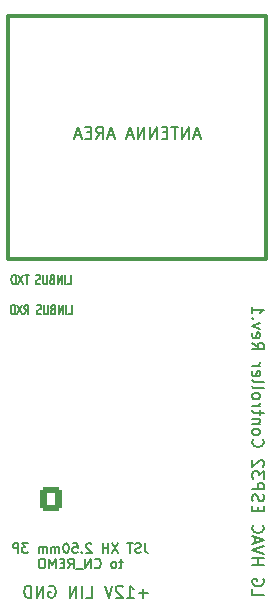
<source format=gbr>
%TF.GenerationSoftware,KiCad,Pcbnew,9.0.1+1*%
%TF.CreationDate,2025-05-03T16:11:17-04:00*%
%TF.ProjectId,lg_hvac_esp32,6c675f68-7661-4635-9f65-737033322e6b,rev?*%
%TF.SameCoordinates,Original*%
%TF.FileFunction,Legend,Bot*%
%TF.FilePolarity,Positive*%
%FSLAX46Y46*%
G04 Gerber Fmt 4.6, Leading zero omitted, Abs format (unit mm)*
G04 Created by KiCad (PCBNEW 9.0.1+1) date 2025-05-03 16:11:17*
%MOMM*%
%LPD*%
G01*
G04 APERTURE LIST*
G04 Aperture macros list*
%AMRoundRect*
0 Rectangle with rounded corners*
0 $1 Rounding radius*
0 $2 $3 $4 $5 $6 $7 $8 $9 X,Y pos of 4 corners*
0 Add a 4 corners polygon primitive as box body*
4,1,4,$2,$3,$4,$5,$6,$7,$8,$9,$2,$3,0*
0 Add four circle primitives for the rounded corners*
1,1,$1+$1,$2,$3*
1,1,$1+$1,$4,$5*
1,1,$1+$1,$6,$7*
1,1,$1+$1,$8,$9*
0 Add four rect primitives between the rounded corners*
20,1,$1+$1,$2,$3,$4,$5,0*
20,1,$1+$1,$4,$5,$6,$7,0*
20,1,$1+$1,$6,$7,$8,$9,0*
20,1,$1+$1,$8,$9,$2,$3,0*%
G04 Aperture macros list end*
%ADD10C,0.300000*%
%ADD11C,0.150000*%
%ADD12O,1.800000X2.050000*%
%ADD13RoundRect,0.264706X-0.635294X-0.760294X0.635294X-0.760294X0.635294X0.760294X-0.635294X0.760294X0*%
%ADD14RoundRect,0.050000X-0.850000X-0.850000X0.850000X-0.850000X0.850000X0.850000X-0.850000X0.850000X0*%
%ADD15C,1.800000*%
G04 APERTURE END LIST*
D10*
X38608000Y-32766000D02*
X60452000Y-32766000D01*
X60452000Y-53340000D01*
X38608000Y-53340000D01*
X38608000Y-32766000D01*
D11*
X43616285Y-55480295D02*
X43901999Y-55480295D01*
X43901999Y-55480295D02*
X43901999Y-54680295D01*
X43416285Y-55480295D02*
X43416285Y-54680295D01*
X43130571Y-55480295D02*
X43130571Y-54680295D01*
X43130571Y-54680295D02*
X42787714Y-55480295D01*
X42787714Y-55480295D02*
X42787714Y-54680295D01*
X42302000Y-55061247D02*
X42216286Y-55099342D01*
X42216286Y-55099342D02*
X42187715Y-55137438D01*
X42187715Y-55137438D02*
X42159143Y-55213628D01*
X42159143Y-55213628D02*
X42159143Y-55327914D01*
X42159143Y-55327914D02*
X42187715Y-55404104D01*
X42187715Y-55404104D02*
X42216286Y-55442200D01*
X42216286Y-55442200D02*
X42273429Y-55480295D01*
X42273429Y-55480295D02*
X42502000Y-55480295D01*
X42502000Y-55480295D02*
X42502000Y-54680295D01*
X42502000Y-54680295D02*
X42302000Y-54680295D01*
X42302000Y-54680295D02*
X42244858Y-54718390D01*
X42244858Y-54718390D02*
X42216286Y-54756485D01*
X42216286Y-54756485D02*
X42187715Y-54832676D01*
X42187715Y-54832676D02*
X42187715Y-54908866D01*
X42187715Y-54908866D02*
X42216286Y-54985057D01*
X42216286Y-54985057D02*
X42244858Y-55023152D01*
X42244858Y-55023152D02*
X42302000Y-55061247D01*
X42302000Y-55061247D02*
X42502000Y-55061247D01*
X41902000Y-54680295D02*
X41902000Y-55327914D01*
X41902000Y-55327914D02*
X41873429Y-55404104D01*
X41873429Y-55404104D02*
X41844858Y-55442200D01*
X41844858Y-55442200D02*
X41787715Y-55480295D01*
X41787715Y-55480295D02*
X41673429Y-55480295D01*
X41673429Y-55480295D02*
X41616286Y-55442200D01*
X41616286Y-55442200D02*
X41587715Y-55404104D01*
X41587715Y-55404104D02*
X41559143Y-55327914D01*
X41559143Y-55327914D02*
X41559143Y-54680295D01*
X41302001Y-55442200D02*
X41216287Y-55480295D01*
X41216287Y-55480295D02*
X41073429Y-55480295D01*
X41073429Y-55480295D02*
X41016287Y-55442200D01*
X41016287Y-55442200D02*
X40987715Y-55404104D01*
X40987715Y-55404104D02*
X40959144Y-55327914D01*
X40959144Y-55327914D02*
X40959144Y-55251723D01*
X40959144Y-55251723D02*
X40987715Y-55175533D01*
X40987715Y-55175533D02*
X41016287Y-55137438D01*
X41016287Y-55137438D02*
X41073429Y-55099342D01*
X41073429Y-55099342D02*
X41187715Y-55061247D01*
X41187715Y-55061247D02*
X41244858Y-55023152D01*
X41244858Y-55023152D02*
X41273429Y-54985057D01*
X41273429Y-54985057D02*
X41302001Y-54908866D01*
X41302001Y-54908866D02*
X41302001Y-54832676D01*
X41302001Y-54832676D02*
X41273429Y-54756485D01*
X41273429Y-54756485D02*
X41244858Y-54718390D01*
X41244858Y-54718390D02*
X41187715Y-54680295D01*
X41187715Y-54680295D02*
X41044858Y-54680295D01*
X41044858Y-54680295D02*
X40959144Y-54718390D01*
X40330572Y-54680295D02*
X39987715Y-54680295D01*
X40159143Y-55480295D02*
X40159143Y-54680295D01*
X39844857Y-54680295D02*
X39444857Y-55480295D01*
X39444857Y-54680295D02*
X39844857Y-55480295D01*
X39216285Y-55480295D02*
X39216285Y-54680295D01*
X39216285Y-54680295D02*
X39073428Y-54680295D01*
X39073428Y-54680295D02*
X38987714Y-54718390D01*
X38987714Y-54718390D02*
X38930571Y-54794580D01*
X38930571Y-54794580D02*
X38902000Y-54870771D01*
X38902000Y-54870771D02*
X38873428Y-55023152D01*
X38873428Y-55023152D02*
X38873428Y-55137438D01*
X38873428Y-55137438D02*
X38902000Y-55289819D01*
X38902000Y-55289819D02*
X38930571Y-55366009D01*
X38930571Y-55366009D02*
X38987714Y-55442200D01*
X38987714Y-55442200D02*
X39073428Y-55480295D01*
X39073428Y-55480295D02*
X39216285Y-55480295D01*
X50170667Y-77404318D02*
X50170667Y-77975746D01*
X50170667Y-77975746D02*
X50208762Y-78090032D01*
X50208762Y-78090032D02*
X50284953Y-78166223D01*
X50284953Y-78166223D02*
X50399238Y-78204318D01*
X50399238Y-78204318D02*
X50475429Y-78204318D01*
X49827810Y-78166223D02*
X49713524Y-78204318D01*
X49713524Y-78204318D02*
X49523048Y-78204318D01*
X49523048Y-78204318D02*
X49446857Y-78166223D01*
X49446857Y-78166223D02*
X49408762Y-78128127D01*
X49408762Y-78128127D02*
X49370667Y-78051937D01*
X49370667Y-78051937D02*
X49370667Y-77975746D01*
X49370667Y-77975746D02*
X49408762Y-77899556D01*
X49408762Y-77899556D02*
X49446857Y-77861461D01*
X49446857Y-77861461D02*
X49523048Y-77823365D01*
X49523048Y-77823365D02*
X49675429Y-77785270D01*
X49675429Y-77785270D02*
X49751619Y-77747175D01*
X49751619Y-77747175D02*
X49789714Y-77709080D01*
X49789714Y-77709080D02*
X49827810Y-77632889D01*
X49827810Y-77632889D02*
X49827810Y-77556699D01*
X49827810Y-77556699D02*
X49789714Y-77480508D01*
X49789714Y-77480508D02*
X49751619Y-77442413D01*
X49751619Y-77442413D02*
X49675429Y-77404318D01*
X49675429Y-77404318D02*
X49484952Y-77404318D01*
X49484952Y-77404318D02*
X49370667Y-77442413D01*
X49142095Y-77404318D02*
X48684952Y-77404318D01*
X48913524Y-78204318D02*
X48913524Y-77404318D01*
X47884952Y-77404318D02*
X47351618Y-78204318D01*
X47351618Y-77404318D02*
X47884952Y-78204318D01*
X47046856Y-78204318D02*
X47046856Y-77404318D01*
X47046856Y-77785270D02*
X46589713Y-77785270D01*
X46589713Y-78204318D02*
X46589713Y-77404318D01*
X45637333Y-77480508D02*
X45599237Y-77442413D01*
X45599237Y-77442413D02*
X45523047Y-77404318D01*
X45523047Y-77404318D02*
X45332571Y-77404318D01*
X45332571Y-77404318D02*
X45256380Y-77442413D01*
X45256380Y-77442413D02*
X45218285Y-77480508D01*
X45218285Y-77480508D02*
X45180190Y-77556699D01*
X45180190Y-77556699D02*
X45180190Y-77632889D01*
X45180190Y-77632889D02*
X45218285Y-77747175D01*
X45218285Y-77747175D02*
X45675428Y-78204318D01*
X45675428Y-78204318D02*
X45180190Y-78204318D01*
X44837332Y-78128127D02*
X44799237Y-78166223D01*
X44799237Y-78166223D02*
X44837332Y-78204318D01*
X44837332Y-78204318D02*
X44875428Y-78166223D01*
X44875428Y-78166223D02*
X44837332Y-78128127D01*
X44837332Y-78128127D02*
X44837332Y-78204318D01*
X44075428Y-77404318D02*
X44456380Y-77404318D01*
X44456380Y-77404318D02*
X44494476Y-77785270D01*
X44494476Y-77785270D02*
X44456380Y-77747175D01*
X44456380Y-77747175D02*
X44380190Y-77709080D01*
X44380190Y-77709080D02*
X44189714Y-77709080D01*
X44189714Y-77709080D02*
X44113523Y-77747175D01*
X44113523Y-77747175D02*
X44075428Y-77785270D01*
X44075428Y-77785270D02*
X44037333Y-77861461D01*
X44037333Y-77861461D02*
X44037333Y-78051937D01*
X44037333Y-78051937D02*
X44075428Y-78128127D01*
X44075428Y-78128127D02*
X44113523Y-78166223D01*
X44113523Y-78166223D02*
X44189714Y-78204318D01*
X44189714Y-78204318D02*
X44380190Y-78204318D01*
X44380190Y-78204318D02*
X44456380Y-78166223D01*
X44456380Y-78166223D02*
X44494476Y-78128127D01*
X43542094Y-77404318D02*
X43465904Y-77404318D01*
X43465904Y-77404318D02*
X43389713Y-77442413D01*
X43389713Y-77442413D02*
X43351618Y-77480508D01*
X43351618Y-77480508D02*
X43313523Y-77556699D01*
X43313523Y-77556699D02*
X43275428Y-77709080D01*
X43275428Y-77709080D02*
X43275428Y-77899556D01*
X43275428Y-77899556D02*
X43313523Y-78051937D01*
X43313523Y-78051937D02*
X43351618Y-78128127D01*
X43351618Y-78128127D02*
X43389713Y-78166223D01*
X43389713Y-78166223D02*
X43465904Y-78204318D01*
X43465904Y-78204318D02*
X43542094Y-78204318D01*
X43542094Y-78204318D02*
X43618285Y-78166223D01*
X43618285Y-78166223D02*
X43656380Y-78128127D01*
X43656380Y-78128127D02*
X43694475Y-78051937D01*
X43694475Y-78051937D02*
X43732571Y-77899556D01*
X43732571Y-77899556D02*
X43732571Y-77709080D01*
X43732571Y-77709080D02*
X43694475Y-77556699D01*
X43694475Y-77556699D02*
X43656380Y-77480508D01*
X43656380Y-77480508D02*
X43618285Y-77442413D01*
X43618285Y-77442413D02*
X43542094Y-77404318D01*
X42932570Y-78204318D02*
X42932570Y-77670984D01*
X42932570Y-77747175D02*
X42894475Y-77709080D01*
X42894475Y-77709080D02*
X42818285Y-77670984D01*
X42818285Y-77670984D02*
X42703999Y-77670984D01*
X42703999Y-77670984D02*
X42627808Y-77709080D01*
X42627808Y-77709080D02*
X42589713Y-77785270D01*
X42589713Y-77785270D02*
X42589713Y-78204318D01*
X42589713Y-77785270D02*
X42551618Y-77709080D01*
X42551618Y-77709080D02*
X42475427Y-77670984D01*
X42475427Y-77670984D02*
X42361142Y-77670984D01*
X42361142Y-77670984D02*
X42284951Y-77709080D01*
X42284951Y-77709080D02*
X42246856Y-77785270D01*
X42246856Y-77785270D02*
X42246856Y-78204318D01*
X41865903Y-78204318D02*
X41865903Y-77670984D01*
X41865903Y-77747175D02*
X41827808Y-77709080D01*
X41827808Y-77709080D02*
X41751618Y-77670984D01*
X41751618Y-77670984D02*
X41637332Y-77670984D01*
X41637332Y-77670984D02*
X41561141Y-77709080D01*
X41561141Y-77709080D02*
X41523046Y-77785270D01*
X41523046Y-77785270D02*
X41523046Y-78204318D01*
X41523046Y-77785270D02*
X41484951Y-77709080D01*
X41484951Y-77709080D02*
X41408760Y-77670984D01*
X41408760Y-77670984D02*
X41294475Y-77670984D01*
X41294475Y-77670984D02*
X41218284Y-77709080D01*
X41218284Y-77709080D02*
X41180189Y-77785270D01*
X41180189Y-77785270D02*
X41180189Y-78204318D01*
X40265903Y-77404318D02*
X39770665Y-77404318D01*
X39770665Y-77404318D02*
X40037331Y-77709080D01*
X40037331Y-77709080D02*
X39923046Y-77709080D01*
X39923046Y-77709080D02*
X39846855Y-77747175D01*
X39846855Y-77747175D02*
X39808760Y-77785270D01*
X39808760Y-77785270D02*
X39770665Y-77861461D01*
X39770665Y-77861461D02*
X39770665Y-78051937D01*
X39770665Y-78051937D02*
X39808760Y-78128127D01*
X39808760Y-78128127D02*
X39846855Y-78166223D01*
X39846855Y-78166223D02*
X39923046Y-78204318D01*
X39923046Y-78204318D02*
X40151617Y-78204318D01*
X40151617Y-78204318D02*
X40227808Y-78166223D01*
X40227808Y-78166223D02*
X40265903Y-78128127D01*
X39427807Y-78204318D02*
X39427807Y-77404318D01*
X39427807Y-77404318D02*
X39123045Y-77404318D01*
X39123045Y-77404318D02*
X39046855Y-77442413D01*
X39046855Y-77442413D02*
X39008760Y-77480508D01*
X39008760Y-77480508D02*
X38970664Y-77556699D01*
X38970664Y-77556699D02*
X38970664Y-77670984D01*
X38970664Y-77670984D02*
X39008760Y-77747175D01*
X39008760Y-77747175D02*
X39046855Y-77785270D01*
X39046855Y-77785270D02*
X39123045Y-77823365D01*
X39123045Y-77823365D02*
X39427807Y-77823365D01*
X48284952Y-78958939D02*
X47980190Y-78958939D01*
X48170666Y-78692273D02*
X48170666Y-79377987D01*
X48170666Y-79377987D02*
X48132571Y-79454178D01*
X48132571Y-79454178D02*
X48056381Y-79492273D01*
X48056381Y-79492273D02*
X47980190Y-79492273D01*
X47599238Y-79492273D02*
X47675428Y-79454178D01*
X47675428Y-79454178D02*
X47713523Y-79416082D01*
X47713523Y-79416082D02*
X47751619Y-79339892D01*
X47751619Y-79339892D02*
X47751619Y-79111320D01*
X47751619Y-79111320D02*
X47713523Y-79035130D01*
X47713523Y-79035130D02*
X47675428Y-78997035D01*
X47675428Y-78997035D02*
X47599238Y-78958939D01*
X47599238Y-78958939D02*
X47484952Y-78958939D01*
X47484952Y-78958939D02*
X47408761Y-78997035D01*
X47408761Y-78997035D02*
X47370666Y-79035130D01*
X47370666Y-79035130D02*
X47332571Y-79111320D01*
X47332571Y-79111320D02*
X47332571Y-79339892D01*
X47332571Y-79339892D02*
X47370666Y-79416082D01*
X47370666Y-79416082D02*
X47408761Y-79454178D01*
X47408761Y-79454178D02*
X47484952Y-79492273D01*
X47484952Y-79492273D02*
X47599238Y-79492273D01*
X45923046Y-79416082D02*
X45961142Y-79454178D01*
X45961142Y-79454178D02*
X46075427Y-79492273D01*
X46075427Y-79492273D02*
X46151618Y-79492273D01*
X46151618Y-79492273D02*
X46265904Y-79454178D01*
X46265904Y-79454178D02*
X46342094Y-79377987D01*
X46342094Y-79377987D02*
X46380189Y-79301797D01*
X46380189Y-79301797D02*
X46418285Y-79149416D01*
X46418285Y-79149416D02*
X46418285Y-79035130D01*
X46418285Y-79035130D02*
X46380189Y-78882749D01*
X46380189Y-78882749D02*
X46342094Y-78806558D01*
X46342094Y-78806558D02*
X46265904Y-78730368D01*
X46265904Y-78730368D02*
X46151618Y-78692273D01*
X46151618Y-78692273D02*
X46075427Y-78692273D01*
X46075427Y-78692273D02*
X45961142Y-78730368D01*
X45961142Y-78730368D02*
X45923046Y-78768463D01*
X45580189Y-79492273D02*
X45580189Y-78692273D01*
X45580189Y-78692273D02*
X45123046Y-79492273D01*
X45123046Y-79492273D02*
X45123046Y-78692273D01*
X44932571Y-79568463D02*
X44323047Y-79568463D01*
X43675427Y-79492273D02*
X43942094Y-79111320D01*
X44132570Y-79492273D02*
X44132570Y-78692273D01*
X44132570Y-78692273D02*
X43827808Y-78692273D01*
X43827808Y-78692273D02*
X43751618Y-78730368D01*
X43751618Y-78730368D02*
X43713523Y-78768463D01*
X43713523Y-78768463D02*
X43675427Y-78844654D01*
X43675427Y-78844654D02*
X43675427Y-78958939D01*
X43675427Y-78958939D02*
X43713523Y-79035130D01*
X43713523Y-79035130D02*
X43751618Y-79073225D01*
X43751618Y-79073225D02*
X43827808Y-79111320D01*
X43827808Y-79111320D02*
X44132570Y-79111320D01*
X43332570Y-79073225D02*
X43065904Y-79073225D01*
X42951618Y-79492273D02*
X43332570Y-79492273D01*
X43332570Y-79492273D02*
X43332570Y-78692273D01*
X43332570Y-78692273D02*
X42951618Y-78692273D01*
X42608760Y-79492273D02*
X42608760Y-78692273D01*
X42608760Y-78692273D02*
X42342094Y-79263701D01*
X42342094Y-79263701D02*
X42075427Y-78692273D01*
X42075427Y-78692273D02*
X42075427Y-79492273D01*
X41542093Y-78692273D02*
X41389712Y-78692273D01*
X41389712Y-78692273D02*
X41313522Y-78730368D01*
X41313522Y-78730368D02*
X41237331Y-78806558D01*
X41237331Y-78806558D02*
X41199236Y-78958939D01*
X41199236Y-78958939D02*
X41199236Y-79225606D01*
X41199236Y-79225606D02*
X41237331Y-79377987D01*
X41237331Y-79377987D02*
X41313522Y-79454178D01*
X41313522Y-79454178D02*
X41389712Y-79492273D01*
X41389712Y-79492273D02*
X41542093Y-79492273D01*
X41542093Y-79492273D02*
X41618284Y-79454178D01*
X41618284Y-79454178D02*
X41694474Y-79377987D01*
X41694474Y-79377987D02*
X41732570Y-79225606D01*
X41732570Y-79225606D02*
X41732570Y-78958939D01*
X41732570Y-78958939D02*
X41694474Y-78806558D01*
X41694474Y-78806558D02*
X41618284Y-78730368D01*
X41618284Y-78730368D02*
X41542093Y-78692273D01*
X43687713Y-58020295D02*
X43973427Y-58020295D01*
X43973427Y-58020295D02*
X43973427Y-57220295D01*
X43487713Y-58020295D02*
X43487713Y-57220295D01*
X43201999Y-58020295D02*
X43201999Y-57220295D01*
X43201999Y-57220295D02*
X42859142Y-58020295D01*
X42859142Y-58020295D02*
X42859142Y-57220295D01*
X42373428Y-57601247D02*
X42287714Y-57639342D01*
X42287714Y-57639342D02*
X42259143Y-57677438D01*
X42259143Y-57677438D02*
X42230571Y-57753628D01*
X42230571Y-57753628D02*
X42230571Y-57867914D01*
X42230571Y-57867914D02*
X42259143Y-57944104D01*
X42259143Y-57944104D02*
X42287714Y-57982200D01*
X42287714Y-57982200D02*
X42344857Y-58020295D01*
X42344857Y-58020295D02*
X42573428Y-58020295D01*
X42573428Y-58020295D02*
X42573428Y-57220295D01*
X42573428Y-57220295D02*
X42373428Y-57220295D01*
X42373428Y-57220295D02*
X42316286Y-57258390D01*
X42316286Y-57258390D02*
X42287714Y-57296485D01*
X42287714Y-57296485D02*
X42259143Y-57372676D01*
X42259143Y-57372676D02*
X42259143Y-57448866D01*
X42259143Y-57448866D02*
X42287714Y-57525057D01*
X42287714Y-57525057D02*
X42316286Y-57563152D01*
X42316286Y-57563152D02*
X42373428Y-57601247D01*
X42373428Y-57601247D02*
X42573428Y-57601247D01*
X41973428Y-57220295D02*
X41973428Y-57867914D01*
X41973428Y-57867914D02*
X41944857Y-57944104D01*
X41944857Y-57944104D02*
X41916286Y-57982200D01*
X41916286Y-57982200D02*
X41859143Y-58020295D01*
X41859143Y-58020295D02*
X41744857Y-58020295D01*
X41744857Y-58020295D02*
X41687714Y-57982200D01*
X41687714Y-57982200D02*
X41659143Y-57944104D01*
X41659143Y-57944104D02*
X41630571Y-57867914D01*
X41630571Y-57867914D02*
X41630571Y-57220295D01*
X41373429Y-57982200D02*
X41287715Y-58020295D01*
X41287715Y-58020295D02*
X41144857Y-58020295D01*
X41144857Y-58020295D02*
X41087715Y-57982200D01*
X41087715Y-57982200D02*
X41059143Y-57944104D01*
X41059143Y-57944104D02*
X41030572Y-57867914D01*
X41030572Y-57867914D02*
X41030572Y-57791723D01*
X41030572Y-57791723D02*
X41059143Y-57715533D01*
X41059143Y-57715533D02*
X41087715Y-57677438D01*
X41087715Y-57677438D02*
X41144857Y-57639342D01*
X41144857Y-57639342D02*
X41259143Y-57601247D01*
X41259143Y-57601247D02*
X41316286Y-57563152D01*
X41316286Y-57563152D02*
X41344857Y-57525057D01*
X41344857Y-57525057D02*
X41373429Y-57448866D01*
X41373429Y-57448866D02*
X41373429Y-57372676D01*
X41373429Y-57372676D02*
X41344857Y-57296485D01*
X41344857Y-57296485D02*
X41316286Y-57258390D01*
X41316286Y-57258390D02*
X41259143Y-57220295D01*
X41259143Y-57220295D02*
X41116286Y-57220295D01*
X41116286Y-57220295D02*
X41030572Y-57258390D01*
X39973428Y-58020295D02*
X40173428Y-57639342D01*
X40316285Y-58020295D02*
X40316285Y-57220295D01*
X40316285Y-57220295D02*
X40087714Y-57220295D01*
X40087714Y-57220295D02*
X40030571Y-57258390D01*
X40030571Y-57258390D02*
X40002000Y-57296485D01*
X40002000Y-57296485D02*
X39973428Y-57372676D01*
X39973428Y-57372676D02*
X39973428Y-57486961D01*
X39973428Y-57486961D02*
X40002000Y-57563152D01*
X40002000Y-57563152D02*
X40030571Y-57601247D01*
X40030571Y-57601247D02*
X40087714Y-57639342D01*
X40087714Y-57639342D02*
X40316285Y-57639342D01*
X39773428Y-57220295D02*
X39373428Y-58020295D01*
X39373428Y-57220295D02*
X39773428Y-58020295D01*
X39144856Y-58020295D02*
X39144856Y-57220295D01*
X39144856Y-57220295D02*
X39001999Y-57220295D01*
X39001999Y-57220295D02*
X38916285Y-57258390D01*
X38916285Y-57258390D02*
X38859142Y-57334580D01*
X38859142Y-57334580D02*
X38830571Y-57410771D01*
X38830571Y-57410771D02*
X38801999Y-57563152D01*
X38801999Y-57563152D02*
X38801999Y-57677438D01*
X38801999Y-57677438D02*
X38830571Y-57829819D01*
X38830571Y-57829819D02*
X38859142Y-57906009D01*
X38859142Y-57906009D02*
X38916285Y-57982200D01*
X38916285Y-57982200D02*
X39001999Y-58020295D01*
X39001999Y-58020295D02*
X39144856Y-58020295D01*
X50426285Y-81607866D02*
X49664381Y-81607866D01*
X50045333Y-81988819D02*
X50045333Y-81226914D01*
X48664381Y-81988819D02*
X49235809Y-81988819D01*
X48950095Y-81988819D02*
X48950095Y-80988819D01*
X48950095Y-80988819D02*
X49045333Y-81131676D01*
X49045333Y-81131676D02*
X49140571Y-81226914D01*
X49140571Y-81226914D02*
X49235809Y-81274533D01*
X48283428Y-81084057D02*
X48235809Y-81036438D01*
X48235809Y-81036438D02*
X48140571Y-80988819D01*
X48140571Y-80988819D02*
X47902476Y-80988819D01*
X47902476Y-80988819D02*
X47807238Y-81036438D01*
X47807238Y-81036438D02*
X47759619Y-81084057D01*
X47759619Y-81084057D02*
X47712000Y-81179295D01*
X47712000Y-81179295D02*
X47712000Y-81274533D01*
X47712000Y-81274533D02*
X47759619Y-81417390D01*
X47759619Y-81417390D02*
X48331047Y-81988819D01*
X48331047Y-81988819D02*
X47712000Y-81988819D01*
X47426285Y-80988819D02*
X47092952Y-81988819D01*
X47092952Y-81988819D02*
X46759619Y-80988819D01*
X45188190Y-81988819D02*
X45664380Y-81988819D01*
X45664380Y-81988819D02*
X45664380Y-80988819D01*
X44854856Y-81988819D02*
X44854856Y-80988819D01*
X44378666Y-81988819D02*
X44378666Y-80988819D01*
X44378666Y-80988819D02*
X43807238Y-81988819D01*
X43807238Y-81988819D02*
X43807238Y-80988819D01*
X42045333Y-81036438D02*
X42140571Y-80988819D01*
X42140571Y-80988819D02*
X42283428Y-80988819D01*
X42283428Y-80988819D02*
X42426285Y-81036438D01*
X42426285Y-81036438D02*
X42521523Y-81131676D01*
X42521523Y-81131676D02*
X42569142Y-81226914D01*
X42569142Y-81226914D02*
X42616761Y-81417390D01*
X42616761Y-81417390D02*
X42616761Y-81560247D01*
X42616761Y-81560247D02*
X42569142Y-81750723D01*
X42569142Y-81750723D02*
X42521523Y-81845961D01*
X42521523Y-81845961D02*
X42426285Y-81941200D01*
X42426285Y-81941200D02*
X42283428Y-81988819D01*
X42283428Y-81988819D02*
X42188190Y-81988819D01*
X42188190Y-81988819D02*
X42045333Y-81941200D01*
X42045333Y-81941200D02*
X41997714Y-81893580D01*
X41997714Y-81893580D02*
X41997714Y-81560247D01*
X41997714Y-81560247D02*
X42188190Y-81560247D01*
X41569142Y-81988819D02*
X41569142Y-80988819D01*
X41569142Y-80988819D02*
X40997714Y-81988819D01*
X40997714Y-81988819D02*
X40997714Y-80988819D01*
X40521523Y-81988819D02*
X40521523Y-80988819D01*
X40521523Y-80988819D02*
X40283428Y-80988819D01*
X40283428Y-80988819D02*
X40140571Y-81036438D01*
X40140571Y-81036438D02*
X40045333Y-81131676D01*
X40045333Y-81131676D02*
X39997714Y-81226914D01*
X39997714Y-81226914D02*
X39950095Y-81417390D01*
X39950095Y-81417390D02*
X39950095Y-81560247D01*
X39950095Y-81560247D02*
X39997714Y-81750723D01*
X39997714Y-81750723D02*
X40045333Y-81845961D01*
X40045333Y-81845961D02*
X40140571Y-81941200D01*
X40140571Y-81941200D02*
X40283428Y-81988819D01*
X40283428Y-81988819D02*
X40521523Y-81988819D01*
X59235180Y-81310287D02*
X59235180Y-81786477D01*
X59235180Y-81786477D02*
X60235180Y-81786477D01*
X60187561Y-80453144D02*
X60235180Y-80548382D01*
X60235180Y-80548382D02*
X60235180Y-80691239D01*
X60235180Y-80691239D02*
X60187561Y-80834096D01*
X60187561Y-80834096D02*
X60092323Y-80929334D01*
X60092323Y-80929334D02*
X59997085Y-80976953D01*
X59997085Y-80976953D02*
X59806609Y-81024572D01*
X59806609Y-81024572D02*
X59663752Y-81024572D01*
X59663752Y-81024572D02*
X59473276Y-80976953D01*
X59473276Y-80976953D02*
X59378038Y-80929334D01*
X59378038Y-80929334D02*
X59282800Y-80834096D01*
X59282800Y-80834096D02*
X59235180Y-80691239D01*
X59235180Y-80691239D02*
X59235180Y-80596001D01*
X59235180Y-80596001D02*
X59282800Y-80453144D01*
X59282800Y-80453144D02*
X59330419Y-80405525D01*
X59330419Y-80405525D02*
X59663752Y-80405525D01*
X59663752Y-80405525D02*
X59663752Y-80596001D01*
X59235180Y-79215048D02*
X60235180Y-79215048D01*
X59758990Y-79215048D02*
X59758990Y-78643620D01*
X59235180Y-78643620D02*
X60235180Y-78643620D01*
X60235180Y-78310286D02*
X59235180Y-77976953D01*
X59235180Y-77976953D02*
X60235180Y-77643620D01*
X59520895Y-77357905D02*
X59520895Y-76881715D01*
X59235180Y-77453143D02*
X60235180Y-77119810D01*
X60235180Y-77119810D02*
X59235180Y-76786477D01*
X59330419Y-75881715D02*
X59282800Y-75929334D01*
X59282800Y-75929334D02*
X59235180Y-76072191D01*
X59235180Y-76072191D02*
X59235180Y-76167429D01*
X59235180Y-76167429D02*
X59282800Y-76310286D01*
X59282800Y-76310286D02*
X59378038Y-76405524D01*
X59378038Y-76405524D02*
X59473276Y-76453143D01*
X59473276Y-76453143D02*
X59663752Y-76500762D01*
X59663752Y-76500762D02*
X59806609Y-76500762D01*
X59806609Y-76500762D02*
X59997085Y-76453143D01*
X59997085Y-76453143D02*
X60092323Y-76405524D01*
X60092323Y-76405524D02*
X60187561Y-76310286D01*
X60187561Y-76310286D02*
X60235180Y-76167429D01*
X60235180Y-76167429D02*
X60235180Y-76072191D01*
X60235180Y-76072191D02*
X60187561Y-75929334D01*
X60187561Y-75929334D02*
X60139942Y-75881715D01*
X59758990Y-74691238D02*
X59758990Y-74357905D01*
X59235180Y-74215048D02*
X59235180Y-74691238D01*
X59235180Y-74691238D02*
X60235180Y-74691238D01*
X60235180Y-74691238D02*
X60235180Y-74215048D01*
X59282800Y-73834095D02*
X59235180Y-73691238D01*
X59235180Y-73691238D02*
X59235180Y-73453143D01*
X59235180Y-73453143D02*
X59282800Y-73357905D01*
X59282800Y-73357905D02*
X59330419Y-73310286D01*
X59330419Y-73310286D02*
X59425657Y-73262667D01*
X59425657Y-73262667D02*
X59520895Y-73262667D01*
X59520895Y-73262667D02*
X59616133Y-73310286D01*
X59616133Y-73310286D02*
X59663752Y-73357905D01*
X59663752Y-73357905D02*
X59711371Y-73453143D01*
X59711371Y-73453143D02*
X59758990Y-73643619D01*
X59758990Y-73643619D02*
X59806609Y-73738857D01*
X59806609Y-73738857D02*
X59854228Y-73786476D01*
X59854228Y-73786476D02*
X59949466Y-73834095D01*
X59949466Y-73834095D02*
X60044704Y-73834095D01*
X60044704Y-73834095D02*
X60139942Y-73786476D01*
X60139942Y-73786476D02*
X60187561Y-73738857D01*
X60187561Y-73738857D02*
X60235180Y-73643619D01*
X60235180Y-73643619D02*
X60235180Y-73405524D01*
X60235180Y-73405524D02*
X60187561Y-73262667D01*
X59235180Y-72834095D02*
X60235180Y-72834095D01*
X60235180Y-72834095D02*
X60235180Y-72453143D01*
X60235180Y-72453143D02*
X60187561Y-72357905D01*
X60187561Y-72357905D02*
X60139942Y-72310286D01*
X60139942Y-72310286D02*
X60044704Y-72262667D01*
X60044704Y-72262667D02*
X59901847Y-72262667D01*
X59901847Y-72262667D02*
X59806609Y-72310286D01*
X59806609Y-72310286D02*
X59758990Y-72357905D01*
X59758990Y-72357905D02*
X59711371Y-72453143D01*
X59711371Y-72453143D02*
X59711371Y-72834095D01*
X60235180Y-71929333D02*
X60235180Y-71310286D01*
X60235180Y-71310286D02*
X59854228Y-71643619D01*
X59854228Y-71643619D02*
X59854228Y-71500762D01*
X59854228Y-71500762D02*
X59806609Y-71405524D01*
X59806609Y-71405524D02*
X59758990Y-71357905D01*
X59758990Y-71357905D02*
X59663752Y-71310286D01*
X59663752Y-71310286D02*
X59425657Y-71310286D01*
X59425657Y-71310286D02*
X59330419Y-71357905D01*
X59330419Y-71357905D02*
X59282800Y-71405524D01*
X59282800Y-71405524D02*
X59235180Y-71500762D01*
X59235180Y-71500762D02*
X59235180Y-71786476D01*
X59235180Y-71786476D02*
X59282800Y-71881714D01*
X59282800Y-71881714D02*
X59330419Y-71929333D01*
X60139942Y-70929333D02*
X60187561Y-70881714D01*
X60187561Y-70881714D02*
X60235180Y-70786476D01*
X60235180Y-70786476D02*
X60235180Y-70548381D01*
X60235180Y-70548381D02*
X60187561Y-70453143D01*
X60187561Y-70453143D02*
X60139942Y-70405524D01*
X60139942Y-70405524D02*
X60044704Y-70357905D01*
X60044704Y-70357905D02*
X59949466Y-70357905D01*
X59949466Y-70357905D02*
X59806609Y-70405524D01*
X59806609Y-70405524D02*
X59235180Y-70976952D01*
X59235180Y-70976952D02*
X59235180Y-70357905D01*
X59330419Y-68596000D02*
X59282800Y-68643619D01*
X59282800Y-68643619D02*
X59235180Y-68786476D01*
X59235180Y-68786476D02*
X59235180Y-68881714D01*
X59235180Y-68881714D02*
X59282800Y-69024571D01*
X59282800Y-69024571D02*
X59378038Y-69119809D01*
X59378038Y-69119809D02*
X59473276Y-69167428D01*
X59473276Y-69167428D02*
X59663752Y-69215047D01*
X59663752Y-69215047D02*
X59806609Y-69215047D01*
X59806609Y-69215047D02*
X59997085Y-69167428D01*
X59997085Y-69167428D02*
X60092323Y-69119809D01*
X60092323Y-69119809D02*
X60187561Y-69024571D01*
X60187561Y-69024571D02*
X60235180Y-68881714D01*
X60235180Y-68881714D02*
X60235180Y-68786476D01*
X60235180Y-68786476D02*
X60187561Y-68643619D01*
X60187561Y-68643619D02*
X60139942Y-68596000D01*
X59235180Y-68024571D02*
X59282800Y-68119809D01*
X59282800Y-68119809D02*
X59330419Y-68167428D01*
X59330419Y-68167428D02*
X59425657Y-68215047D01*
X59425657Y-68215047D02*
X59711371Y-68215047D01*
X59711371Y-68215047D02*
X59806609Y-68167428D01*
X59806609Y-68167428D02*
X59854228Y-68119809D01*
X59854228Y-68119809D02*
X59901847Y-68024571D01*
X59901847Y-68024571D02*
X59901847Y-67881714D01*
X59901847Y-67881714D02*
X59854228Y-67786476D01*
X59854228Y-67786476D02*
X59806609Y-67738857D01*
X59806609Y-67738857D02*
X59711371Y-67691238D01*
X59711371Y-67691238D02*
X59425657Y-67691238D01*
X59425657Y-67691238D02*
X59330419Y-67738857D01*
X59330419Y-67738857D02*
X59282800Y-67786476D01*
X59282800Y-67786476D02*
X59235180Y-67881714D01*
X59235180Y-67881714D02*
X59235180Y-68024571D01*
X59901847Y-67262666D02*
X59235180Y-67262666D01*
X59806609Y-67262666D02*
X59854228Y-67215047D01*
X59854228Y-67215047D02*
X59901847Y-67119809D01*
X59901847Y-67119809D02*
X59901847Y-66976952D01*
X59901847Y-66976952D02*
X59854228Y-66881714D01*
X59854228Y-66881714D02*
X59758990Y-66834095D01*
X59758990Y-66834095D02*
X59235180Y-66834095D01*
X59901847Y-66500761D02*
X59901847Y-66119809D01*
X60235180Y-66357904D02*
X59378038Y-66357904D01*
X59378038Y-66357904D02*
X59282800Y-66310285D01*
X59282800Y-66310285D02*
X59235180Y-66215047D01*
X59235180Y-66215047D02*
X59235180Y-66119809D01*
X59235180Y-65786475D02*
X59901847Y-65786475D01*
X59711371Y-65786475D02*
X59806609Y-65738856D01*
X59806609Y-65738856D02*
X59854228Y-65691237D01*
X59854228Y-65691237D02*
X59901847Y-65595999D01*
X59901847Y-65595999D02*
X59901847Y-65500761D01*
X59235180Y-65024570D02*
X59282800Y-65119808D01*
X59282800Y-65119808D02*
X59330419Y-65167427D01*
X59330419Y-65167427D02*
X59425657Y-65215046D01*
X59425657Y-65215046D02*
X59711371Y-65215046D01*
X59711371Y-65215046D02*
X59806609Y-65167427D01*
X59806609Y-65167427D02*
X59854228Y-65119808D01*
X59854228Y-65119808D02*
X59901847Y-65024570D01*
X59901847Y-65024570D02*
X59901847Y-64881713D01*
X59901847Y-64881713D02*
X59854228Y-64786475D01*
X59854228Y-64786475D02*
X59806609Y-64738856D01*
X59806609Y-64738856D02*
X59711371Y-64691237D01*
X59711371Y-64691237D02*
X59425657Y-64691237D01*
X59425657Y-64691237D02*
X59330419Y-64738856D01*
X59330419Y-64738856D02*
X59282800Y-64786475D01*
X59282800Y-64786475D02*
X59235180Y-64881713D01*
X59235180Y-64881713D02*
X59235180Y-65024570D01*
X59235180Y-64119808D02*
X59282800Y-64215046D01*
X59282800Y-64215046D02*
X59378038Y-64262665D01*
X59378038Y-64262665D02*
X60235180Y-64262665D01*
X59235180Y-63595998D02*
X59282800Y-63691236D01*
X59282800Y-63691236D02*
X59378038Y-63738855D01*
X59378038Y-63738855D02*
X60235180Y-63738855D01*
X59282800Y-62834093D02*
X59235180Y-62929331D01*
X59235180Y-62929331D02*
X59235180Y-63119807D01*
X59235180Y-63119807D02*
X59282800Y-63215045D01*
X59282800Y-63215045D02*
X59378038Y-63262664D01*
X59378038Y-63262664D02*
X59758990Y-63262664D01*
X59758990Y-63262664D02*
X59854228Y-63215045D01*
X59854228Y-63215045D02*
X59901847Y-63119807D01*
X59901847Y-63119807D02*
X59901847Y-62929331D01*
X59901847Y-62929331D02*
X59854228Y-62834093D01*
X59854228Y-62834093D02*
X59758990Y-62786474D01*
X59758990Y-62786474D02*
X59663752Y-62786474D01*
X59663752Y-62786474D02*
X59568514Y-63262664D01*
X59235180Y-62357902D02*
X59901847Y-62357902D01*
X59711371Y-62357902D02*
X59806609Y-62310283D01*
X59806609Y-62310283D02*
X59854228Y-62262664D01*
X59854228Y-62262664D02*
X59901847Y-62167426D01*
X59901847Y-62167426D02*
X59901847Y-62072188D01*
X59235180Y-60405521D02*
X59711371Y-60738854D01*
X59235180Y-60976949D02*
X60235180Y-60976949D01*
X60235180Y-60976949D02*
X60235180Y-60595997D01*
X60235180Y-60595997D02*
X60187561Y-60500759D01*
X60187561Y-60500759D02*
X60139942Y-60453140D01*
X60139942Y-60453140D02*
X60044704Y-60405521D01*
X60044704Y-60405521D02*
X59901847Y-60405521D01*
X59901847Y-60405521D02*
X59806609Y-60453140D01*
X59806609Y-60453140D02*
X59758990Y-60500759D01*
X59758990Y-60500759D02*
X59711371Y-60595997D01*
X59711371Y-60595997D02*
X59711371Y-60976949D01*
X59282800Y-59595997D02*
X59235180Y-59691235D01*
X59235180Y-59691235D02*
X59235180Y-59881711D01*
X59235180Y-59881711D02*
X59282800Y-59976949D01*
X59282800Y-59976949D02*
X59378038Y-60024568D01*
X59378038Y-60024568D02*
X59758990Y-60024568D01*
X59758990Y-60024568D02*
X59854228Y-59976949D01*
X59854228Y-59976949D02*
X59901847Y-59881711D01*
X59901847Y-59881711D02*
X59901847Y-59691235D01*
X59901847Y-59691235D02*
X59854228Y-59595997D01*
X59854228Y-59595997D02*
X59758990Y-59548378D01*
X59758990Y-59548378D02*
X59663752Y-59548378D01*
X59663752Y-59548378D02*
X59568514Y-60024568D01*
X59901847Y-59215044D02*
X59235180Y-58976949D01*
X59235180Y-58976949D02*
X59901847Y-58738854D01*
X59330419Y-58357901D02*
X59282800Y-58310282D01*
X59282800Y-58310282D02*
X59235180Y-58357901D01*
X59235180Y-58357901D02*
X59282800Y-58405520D01*
X59282800Y-58405520D02*
X59330419Y-58357901D01*
X59330419Y-58357901D02*
X59235180Y-58357901D01*
X59235180Y-57357902D02*
X59235180Y-57929330D01*
X59235180Y-57643616D02*
X60235180Y-57643616D01*
X60235180Y-57643616D02*
X60092323Y-57738854D01*
X60092323Y-57738854D02*
X59997085Y-57834092D01*
X59997085Y-57834092D02*
X59949466Y-57929330D01*
X54791904Y-42841104D02*
X54315714Y-42841104D01*
X54887142Y-43126819D02*
X54553809Y-42126819D01*
X54553809Y-42126819D02*
X54220476Y-43126819D01*
X53887142Y-43126819D02*
X53887142Y-42126819D01*
X53887142Y-42126819D02*
X53315714Y-43126819D01*
X53315714Y-43126819D02*
X53315714Y-42126819D01*
X52982380Y-42126819D02*
X52410952Y-42126819D01*
X52696666Y-43126819D02*
X52696666Y-42126819D01*
X52077618Y-42603009D02*
X51744285Y-42603009D01*
X51601428Y-43126819D02*
X52077618Y-43126819D01*
X52077618Y-43126819D02*
X52077618Y-42126819D01*
X52077618Y-42126819D02*
X51601428Y-42126819D01*
X51172856Y-43126819D02*
X51172856Y-42126819D01*
X51172856Y-42126819D02*
X50601428Y-43126819D01*
X50601428Y-43126819D02*
X50601428Y-42126819D01*
X50125237Y-43126819D02*
X50125237Y-42126819D01*
X50125237Y-42126819D02*
X49553809Y-43126819D01*
X49553809Y-43126819D02*
X49553809Y-42126819D01*
X49125237Y-42841104D02*
X48649047Y-42841104D01*
X49220475Y-43126819D02*
X48887142Y-42126819D01*
X48887142Y-42126819D02*
X48553809Y-43126819D01*
X47506189Y-42841104D02*
X47029999Y-42841104D01*
X47601427Y-43126819D02*
X47268094Y-42126819D01*
X47268094Y-42126819D02*
X46934761Y-43126819D01*
X46029999Y-43126819D02*
X46363332Y-42650628D01*
X46601427Y-43126819D02*
X46601427Y-42126819D01*
X46601427Y-42126819D02*
X46220475Y-42126819D01*
X46220475Y-42126819D02*
X46125237Y-42174438D01*
X46125237Y-42174438D02*
X46077618Y-42222057D01*
X46077618Y-42222057D02*
X46029999Y-42317295D01*
X46029999Y-42317295D02*
X46029999Y-42460152D01*
X46029999Y-42460152D02*
X46077618Y-42555390D01*
X46077618Y-42555390D02*
X46125237Y-42603009D01*
X46125237Y-42603009D02*
X46220475Y-42650628D01*
X46220475Y-42650628D02*
X46601427Y-42650628D01*
X45601427Y-42603009D02*
X45268094Y-42603009D01*
X45125237Y-43126819D02*
X45601427Y-43126819D01*
X45601427Y-43126819D02*
X45601427Y-42126819D01*
X45601427Y-42126819D02*
X45125237Y-42126819D01*
X44744284Y-42841104D02*
X44268094Y-42841104D01*
X44839522Y-43126819D02*
X44506189Y-42126819D01*
X44506189Y-42126819D02*
X44172856Y-43126819D01*
%LPC*%
D12*
%TO.C,J1*%
X47204000Y-73660000D03*
X44704000Y-73660000D03*
D13*
X42204000Y-73660000D03*
%TD*%
D14*
%TO.C,J2*%
X36826320Y-34703840D03*
D15*
X36826320Y-37243840D03*
X36826320Y-39783840D03*
X36826320Y-42323840D03*
X36826320Y-44863840D03*
X36826320Y-47403840D03*
X36826320Y-49943840D03*
X36826320Y-52483840D03*
X36826320Y-55023840D03*
X36826320Y-57563840D03*
X36826320Y-60103840D03*
X36826320Y-62643840D03*
X36826320Y-65183840D03*
X36826320Y-67723840D03*
X36826320Y-70263840D03*
X36826320Y-72803840D03*
X36826320Y-75343840D03*
X36826320Y-77883840D03*
X36826320Y-80423840D03*
%TD*%
D14*
%TO.C,J3*%
X62230000Y-34703840D03*
D15*
X62230000Y-37243840D03*
X62230000Y-39783840D03*
X62230000Y-42323840D03*
X62230000Y-44863840D03*
X62230000Y-47403840D03*
X62230000Y-49943840D03*
X62230000Y-52483840D03*
X62230000Y-55023840D03*
X62230000Y-57563840D03*
X62230000Y-60103840D03*
X62230000Y-62643840D03*
X62230000Y-65183840D03*
X62230000Y-67723840D03*
X62230000Y-70263840D03*
X62230000Y-72803840D03*
X62230000Y-75343840D03*
X62230000Y-77883840D03*
X62230000Y-80423840D03*
%TD*%
%LPD*%
M02*

</source>
